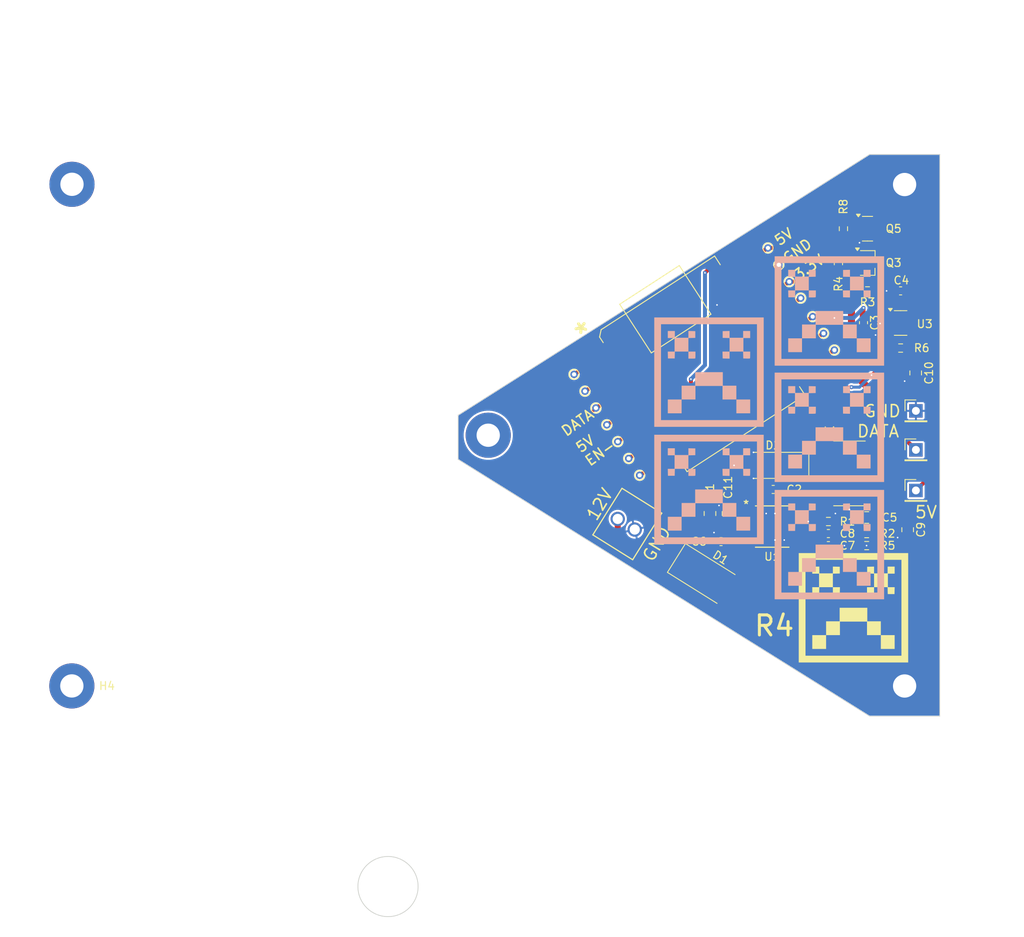
<source format=kicad_pcb>
(kicad_pcb (version 20241229) (generator "pcbnew") (generator_version "9.0")
  (layers (0 "F.Cu" signal) (2 "B.Cu" signal) (13 "F.Paste" user) (5 "F.SilkS" user "F.Silkscreen") (7 "B.SilkS" user "B.Silkscreen") (1 "F.Mask" user) (3 "B.Mask" user) (25 "Edge.Cuts" user))
  (net 0 "")
  (net 1 "GND")
  (net 2 "+12V")
  (net 3 "+3.3V")
  (net 4 "+5V")
  (net 5 "LED_DATA_3.3V")
  (net 6 "LED_DATA_5V")
  (net 7 "Net-(Q3-G)")
  (net 8 "LED_ENABLE")
  (net 9 "5V_LED")
  (net 10 "Net-(U2-PA02_A0_D0)")
  (net 11 "Net-(U2-PA11_A3_D3)")
  (net 12 "Net-(U2-PA9_A5_D5_SCL)")
  (net 13 "Net-(U2-PB08_A6_D6_TX)")
  (net 14 "Net-(U2-PA6_A10_D10_MOSI)")
  (net 15 "Net-(U2-PA5_A9_D9_MISO)")
  (net 16 "Net-(U2-PA7_A8_D8_SCK)")
  (net 17 "Net-(U2-PB09_A7_D7_RX)")
  (net 18 "Net-(D1-K)")
  (net 19 "Net-(U2-PA4_A1_D1)")
  (net 20 "Net-(Q5-B)")
  (net 21 "Net-(D2-K)")
  (net 22 "Net-(U1-BOOT)")
  (net 23 "Net-(U1-SS)")
  (net 24 "Net-(U1-COMP)")
  (net 25 "Net-(C8-Pad2)")
  (net 26 "Net-(U1-VSENSE)")
  (net 27 "Net-(J4-Pin_1)")
  (footprint "1-rjc-rv:TP_Wire-26ga" (layer "F.Cu") (at 45.085 -38.735 33)
    (property "Reference" "TP9" (hide yes))
    (property "Value" "TestPoint")
    (pad "1" thru_hole circle (at 0 0 33) (size 0.9398 0.9398) (drill 0.5334) (layers "*.Cu" "*.Mask") (net 17 "Net-(U2-PB09_A7_D7_RX)"))
  )
  (footprint "Capacitor_SMD:C_0603_1608Metric_Pad1.08x0.95mm_HandSolder" (layer "F.Cu") (at 53.467 -46.228 180)
    (property "Reference" "C4" (at -0.094 1.336 180) (layer "F.SilkS"))
    (property "Value" "1u")
    (pad "1" smd roundrect (at -0.8625 0 180) (size 1.075 0.95) (layers "F.Cu" "F.Mask" "F.Paste") (net 4 "+5V"))
    (pad "2" smd roundrect (at 0.8625 0 180) (size 1.075 0.95) (layers "F.Cu" "F.Mask" "F.Paste") (net 1 "GND"))
  )
  (footprint "KM-ESP-Kit:Mount-Hole-#4" (layer "F.Cu") (at 53.972221 3.809637)
    (property "Reference" "H3" (hide yes))
    (property "Value" "MountingHole_Pad")
    (pad "1" thru_hole circle (at 0 0) (size 5.715 5.715) (drill 2.9464) (layers "*.Cu" "*.Mask") (net 1 "GND"))
  )
  (footprint "Capacitor_SMD:C_0805_2012Metric_Pad1.18x1.45mm_HandSolder" (layer "F.Cu") (at 31.623 -18.034 90)
    (property "Reference" "C11" (at 3.302 0 90) (layer "F.SilkS"))
    (property "Value" "22u,25V")
    (pad "1" smd roundrect (at -1.0375 0 90) (size 1.175 1.45) (layers "F.Cu" "F.Mask" "F.Paste") (roundrect_rratio 0.212766) (net 18 "Net-(D1-K)"))
    (pad "2" smd roundrect (at 1.0375 0 90) (size 1.175 1.45) (layers "F.Cu" "F.Mask" "F.Paste") (roundrect_rratio 0.212766) (net 1 "GND"))
  )
  (footprint "KM-ESP-Kit:Mount-Hole-#4" (layer "F.Cu") (at 53.971113 -59.698784)
    (property "Reference" "H2" (hide yes))
    (property "Value" "MountingHole_Pad")
    (pad "1" thru_hole circle (at 0 0) (size 5.715 5.715) (drill 2.9464) (layers "*.Cu" "*.Mask") (net 1 "GND"))
  )
  (footprint "Package_TO_SOT_SMD:SOT-23-6" (layer "F.Cu") (at 53.467 -42.164)
    (property "Reference" "U3" (at 3.048 0.127 0) (layer "F.SilkS"))
    (property "Value" "TXS0101DBV")
    (pad "1" smd roundrect (at -1.1375 -0.95) (size 1.325 0.6) (layers "F.Cu" "F.Mask" "F.Paste") (net 3 "+3.3V"))
    (pad "2" smd roundrect (at -1.1375 0) (size 1.325 0.6) (layers "F.Cu" "F.Mask" "F.Paste") (net 1 "GND"))
    (pad "3" smd roundrect (at -1.1375 0.95) (size 1.325 0.6) (layers "F.Cu" "F.Mask" "F.Paste") (net 5 "LED_DATA_3.3V"))
    (pad "4" smd roundrect (at 1.1375 0.95) (size 1.325 0.6) (layers "F.Cu" "F.Mask" "F.Paste") (net 6 "LED_DATA_5V"))
    (pad "5" smd roundrect (at 1.1375 0) (size 1.325 0.6) (layers "F.Cu" "F.Mask" "F.Paste") (net 3 "+3.3V"))
    (pad "6" smd roundrect (at 1.1375 -0.95) (size 1.325 0.6) (layers "F.Cu" "F.Mask" "F.Paste") (net 4 "+5V"))
  )
  (footprint "1-rjc-rv:CONN_OSTVN02A150_OST" (layer "F.Cu") (at 17.657958 -17.347995 -32)
    (property "Reference" "J2" (hide yes))
    (property "Value" "Screw_Terminal_01x02")
    (pad "1" thru_hole circle (at 0 0 328) (size 1.8034 1.8034) (drill 1.2954) (layers "*.Cu" "*.Mask") (net 2 "+12V"))
    (pad "2" thru_hole circle (at 2.54 0 328) (size 1.8034 1.8034) (drill 1.2954) (layers "*.Cu" "*.Mask") (net 1 "GND"))
  )
  (footprint "1-rjc-rv:TP_Wire-26ga" (layer "F.Cu") (at 39.37 -47.3964)
    (property "Reference" "TP12" (hide yes))
    (property "Value" "TestPoint")
    (pad "1" thru_hole circle (at 0 0) (size 0.9398 0.9398) (drill 0.5334) (layers "*.Cu" "*.Mask") (net 3 "+3.3V"))
  )
  (footprint "Resistor_SMD:R_0603_1608Metric_Pad0.98x0.95mm_HandSolder" (layer "F.Cu") (at 46.228 -54.102 90)
    (property "Reference" "R8" (at 2.794 0 90) (layer "F.SilkS"))
    (property "Value" "100k")
    (pad "1" smd roundrect (at -0.9125 0 90) (size 0.975 0.95) (layers "F.Cu" "F.Mask" "F.Paste") (net 8 "LED_ENABLE"))
    (pad "2" smd roundrect (at 0.9125 0 90) (size 0.975 0.95) (layers "F.Cu" "F.Mask" "F.Paste") (net 20 "Net-(Q5-B)"))
  )
  (footprint "Capacitor_SMD:C_0603_1608Metric_Pad1.08x0.95mm_HandSolder" (layer "F.Cu") (at 30.734 -14.478 180)
    (property "Reference" "C6" (at 2.794 0 0) (layer "F.SilkS"))
    (property "Value" "0.01u")
    (pad "1" smd roundrect (at -0.8625 0 180) (size 1.075 0.95) (layers "F.Cu" "F.Mask" "F.Paste") (net 23 "Net-(U1-SS)"))
    (pad "2" smd roundrect (at 0.8625 0 180) (size 1.075 0.95) (layers "F.Cu" "F.Mask" "F.Paste") (net 1 "GND"))
  )
  (footprint "Capacitor_SMD:C_0805_2012Metric_Pad1.18x1.45mm_HandSolder" (layer "F.Cu") (at 49.1725 -17.526 180)
    (property "Reference" "C5" (at -2.8975 0 180) (layer "F.SilkS"))
    (property "Value" "22u")
    (pad "1" smd roundrect (at -1.0375 0 180) (size 1.175 1.45) (layers "F.Cu" "F.Mask" "F.Paste") (roundrect_rratio 0.212766) (net 4 "+5V"))
    (pad "2" smd roundrect (at 1.0375 0 180) (size 1.175 1.45) (layers "F.Cu" "F.Mask" "F.Paste") (roundrect_rratio 0.212766) (net 1 "GND"))
  )
  (footprint "1-rjc-rv:brokedit_icon_750x750" (layer "F.Cu") (at 47.498 -6.096)
    (property "Reference" "FID1" (hide yes))
    (property "Value" "Fiducial" (hide yes))
  )
  (footprint "Capacitor_SMD:C_0603_1608Metric_Pad1.08x0.95mm_HandSolder" (layer "F.Cu") (at 44.323 -13.97)
    (property "Reference" "C7" (at 2.413 0 0) (layer "F.SilkS"))
    (property "Value" "39pF")
    (pad "1" smd roundrect (at -0.8625 0) (size 1.075 0.95) (layers "F.Cu" "F.Mask" "F.Paste") (net 24 "Net-(U1-COMP)"))
    (pad "2" smd roundrect (at 0.8625 0) (size 1.075 0.95) (layers "F.Cu" "F.Mask" "F.Paste") (net 1 "GND"))
  )
  (footprint "KM-ESP-Kit:Mount-Hole-#4-NoPad" (layer "F.Cu") (at 1.266105 -27.948781)
    (property "Reference" "H1" (hide yes))
    (property "Value" "MountingHole")
    (pad "" np_thru_hole circle (at 0 0) (size 5.715 5.715) (drill 2.9464) (layers "*.Cu" "*.Mask"))
  )
  (footprint "Resistor_SMD:R_0603_1608Metric_Pad0.98x0.95mm_HandSolder" (layer "F.Cu") (at 53.467 -38.989 180)
    (property "Reference" "R6" (at -2.667 0 180) (layer "F.SilkS"))
    (property "Value" "300")
    (pad "1" smd roundrect (at -0.9125 0 180) (size 0.975 0.95) (layers "F.Cu" "F.Mask" "F.Paste") (net 6 "LED_DATA_5V"))
    (pad "2" smd roundrect (at 0.9125 0 180) (size 0.975 0.95) (layers "F.Cu" "F.Mask" "F.Paste") (net 27 "Net-(J4-Pin_1)"))
  )
  (footprint "Resistor_SMD:R_0603_1608Metric_Pad0.98x0.95mm_HandSolder" (layer "F.Cu") (at 49.1725 -15.494 180)
    (property "Reference" "R2" (at -2.6435 0 0) (layer "F.SilkS"))
    (property "Value" "10k")
    (pad "1" smd roundrect (at -0.9125 0 180) (size 0.975 0.95) (layers "F.Cu" "F.Mask" "F.Paste") (net 4 "+5V"))
    (pad "2" smd roundrect (at 0.9125 0 180) (size 0.975 0.95) (layers "F.Cu" "F.Mask" "F.Paste") (net 26 "Net-(U1-VSENSE)"))
  )
  (footprint "1-rjc-rv:DDA8_3X2P13-M" (layer "F.Cu") (at 37.211 -16.383)
    (property "Reference" "U1" (at 0 3.81 0) (layer "F.SilkS"))
    (property "Value" "TPS54331DDAR")
    (fp_text user "*" (at -3.302 -2.794 0) (layer "F.SilkS"))
    (pad "1" smd rect (at -2.82575 -1.905) (size 1.6637 0.5334) (layers "F.Cu" "F.Mask" "F.Paste") (net 22 "Net-(U1-BOOT)"))
    (pad "2" smd rect (at -2.82575 -0.635) (size 1.6637 0.5334) (layers "F.Cu" "F.Mask" "F.Paste") (net 18 "Net-(D1-K)"))
    (pad "3" smd rect (at -2.82575 0.635) (size 1.6637 0.5334) (layers "F.Cu" "F.Mask" "F.Paste") (net 18 "Net-(D1-K)"))
    (pad "4" smd rect (at -2.82575 1.905) (size 1.6637 0.5334) (layers "F.Cu" "F.Mask" "F.Paste") (net 23 "Net-(U1-SS)"))
    (pad "5" smd rect (at 2.82575 1.905) (size 1.6637 0.5334) (layers "F.Cu" "F.Mask" "F.Paste") (net 26 "Net-(U1-VSENSE)"))
    (pad "6" smd rect (at 2.82575 0.635) (size 1.6637 0.5334) (layers "F.Cu" "F.Mask" "F.Paste") (net 24 "Net-(U1-COMP)"))
    (pad "7" smd rect (at 2.82575 -0.635) (size 1.6637 0.5334) (layers "F.Cu" "F.Mask" "F.Paste") (net 1 "GND"))
    (pad "8" smd rect (at 2.82575 -1.905) (size 1.6637 0.5334) (layers "F.Cu" "F.Mask" "F.Paste") (net 21 "Net-(D2-K)"))
    (pad "9" smd rect (at 0 0) (size 2.1336 2.286) (layers "F.Cu" "F.Mask" "F.Paste") (net 1 "GND"))
  )
  (footprint "1-rjc-rv:TP_Wire-26ga" (layer "F.Cu") (at 12.13381 -35.658282 -147)
    (property "Reference" "TP1" (hide yes))
    (property "Value" "TestPoint")
    (pad "1" thru_hole circle (at 0 0 213) (size 0.9398 0.9398) (drill 0.5334) (layers "*.Cu" "*.Mask") (net 10 "Net-(U2-PA02_A0_D0)"))
  )
  (footprint "KM-ESP-Kit:Mount-Hole-#4" (layer "F.Cu") (at -51.438898 3.801227)
    (property "Reference" "H4" (at 4.445 0 0) (layer "F.SilkS"))
    (property "Value" "MountingHole_Pad")
    (pad "1" thru_hole circle (at 0 0) (size 5.715 5.715) (drill 2.9464) (layers "*.Cu" "*.Mask") (net 1 "GND"))
  )
  (footprint "Capacitor_SMD:C_0805_2012Metric_Pad1.18x1.45mm_HandSolder" (layer "F.Cu") (at 55.372 -35.8355 -90)
    (property "Reference" "C10" (at 0 -1.68 90) (layer "F.SilkS"))
    (property "Value" "22u")
    (pad "1" smd roundrect (at -1.0375 0 270) (size 1.175 1.45) (layers "F.Cu" "F.Mask" "F.Paste") (roundrect_rratio 0.212766) (net 9 "5V_LED"))
    (pad "2" smd roundrect (at 1.0375 0 270) (size 1.175 1.45) (layers "F.Cu" "F.Mask" "F.Paste") (roundrect_rratio 0.212766) (net 1 "GND"))
  )
  (footprint "Resistor_SMD:R_0603_1608Metric_Pad0.98x0.95mm_HandSolder" (layer "F.Cu") (at 49.276 -46.228 180)
    (property "Reference" "R3" (at 0 -1.43 180) (layer "F.SilkS"))
    (property "Value" "0")
    (pad "1" smd roundrect (at -0.9125 0 180) (size 0.975 0.95) (layers "F.Cu" "F.Mask" "F.Paste") (net 9 "5V_LED"))
    (pad "2" smd roundrect (at 0.9125 0 180) (size 0.975 0.95) (layers "F.Cu" "F.Mask" "F.Paste") (net 4 "+5V"))
  )
  (footprint "1-rjc-rv:TP_Wire-26ga" (layer "F.Cu") (at 17.667336 -27.137396 -147)
    (property "Reference" "TP3" (hide yes))
    (property "Value" "TestPoint")
    (pad "1" thru_hole circle (at 0 0 213) (size 0.9398 0.9398) (drill 0.5334) (layers "*.Cu" "*.Mask") (net 8 "LED_ENABLE"))
  )
  (footprint "Resistor_SMD:R_0603_1608Metric_Pad0.98x0.95mm_HandSolder" (layer "F.Cu") (at 44.323 -17.018)
    (property "Reference" "R1" (at 2.413 0 0) (layer "F.SilkS"))
    (property "Value" "49.9k")
    (pad "1" smd roundrect (at -0.9125 0) (size 0.975 0.95) (layers "F.Cu" "F.Mask" "F.Paste") (net 25 "Net-(C8-Pad2)"))
    (pad "2" smd roundrect (at 0.9125 0) (size 0.975 0.95) (layers "F.Cu" "F.Mask" "F.Paste") (net 1 "GND"))
  )
  (footprint "KM-ESP-Kit:Mount-Hole-#4" (layer "F.Cu") (at -51.419685 -59.727331 -7.5)
    (property "Reference" "H5" (hide yes))
    (property "Value" "MountingHole_Pad")
    (pad "1" thru_hole circle (at 0 0 352.5) (size 5.715 5.715) (drill 2.9464) (layers "*.Cu" "*.Mask") (net 1 "GND"))
  )
  (footprint "Capacitor_SMD:C_0805_2012Metric_Pad1.18x1.45mm_HandSolder" (layer "F.Cu") (at 29.337 -18.034 90)
    (property "Reference" "C1" (at 2.8444 0 90) (layer "F.SilkS"))
    (property "Value" "22u,25V")
    (pad "1" smd roundrect (at -1.0375 0 90) (size 1.175 1.45) (layers "F.Cu" "F.Mask" "F.Paste") (roundrect_rratio 0.212766) (net 18 "Net-(D1-K)"))
    (pad "2" smd roundrect (at 1.0375 0 90) (size 1.175 1.45) (layers "F.Cu" "F.Mask" "F.Paste") (roundrect_rratio 0.212766) (net 1 "GND"))
  )
  (footprint "1-rjc-rv:TP_Wire-26ga" (layer "F.Cu") (at 43.711202 -40.850464 33)
    (property "Reference" "TP8" (hide yes))
    (property "Value" "TestPoint")
    (pad "1" thru_hole circle (at 0 0 33) (size 0.9398 0.9398) (drill 0.5334) (layers "*.Cu" "*.Mask") (net 16 "Net-(U2-PA7_A8_D8_SCK)"))
  )
  (footprint "1-rjc-rv:TP_Wire-26ga" (layer "F.Cu") (at 19.05072 -25.007164 -147)
    (property "Reference" "TP4" (hide yes))
    (property "Value" "TestPoint")
    (pad "1" thru_hole circle (at 0 0 213) (size 0.9398 0.9398) (drill 0.5334) (layers "*.Cu" "*.Mask") (net 12 "Net-(U2-PA9_A5_D5_SCL)"))
  )
  (footprint "Inductor_SMD:L_Bourns_SRN8040TA" (layer "F.Cu") (at 46.99 -23.114)
    (property "Reference" "L1" (at -2.413 -5.334 0) (layer "F.SilkS"))
    (property "Value" "6.8uH")
    (pad "1" smd rect (at -2.825 0 270) (size 6.6 2.85) (layers "F.Cu" "F.Mask" "F.Paste") (net 21 "Net-(D2-K)"))
    (pad "2" smd rect (at 2.825 0 270) (size 6.6 2.85) (layers "F.Cu" "F.Mask" "F.Paste") (net 4 "+5V"))
  )
  (footprint "Resistor_SMD:R_0603_1608Metric_Pad0.98x0.95mm_HandSolder" (layer "F.Cu") (at 45.593 -49.784 90)
    (property "Reference" "R4" (at -2.667 0 90) (layer "F.SilkS"))
    (property "Value" "100k")
    (pad "1" smd roundrect (at -0.9125 0 90) (size 0.975 0.95) (layers "F.Cu" "F.Mask" "F.Paste") (net 4 "+5V"))
    (pad "2" smd roundrect (at 0.9125 0 90) (size 0.975 0.95) (layers "F.Cu" "F.Mask" "F.Paste") (net 7 "Net-(Q3-G)"))
  )
  (footprint "KM-ESP-Kit:SeeedStudio-MOUDLE14P-SMD-2.54-21X17.8MM" (layer "F.Cu") (at 26.432773 -23.336198 33)
    (property "Reference" "U2" (hide yes))
    (property "Value" "MOUDLE-SEEEDUINO-XIAO-ESP32C3")
    (fp_text user "*" (at -2.54 -20.32 33) (layer "F.SilkS") (effects (font (size 2.54 2.54) (thickness 0.381)) (justify left bottom)))
    (pad "1" smd roundrect (at -0.1524 -18.1102 33) (size 4.572 2.032) (layers "F.Cu" "F.Mask" "F.Paste") (roundrect_rratio 0.5) (net 10 "Net-(U2-PA02_A0_D0)"))
    (pad "2" smd roundrect (at -0.152401 -15.58 33) (size 4.572 2.032) (layers "F.Cu" "F.Mask" "F.Paste") (roundrect_rratio 0.5) (net 19 "Net-(U2-PA4_A1_D1)"))
    (pad "3" smd roundrect (at -0.1524 -13.04 33) (size 4.572 2.032) (layers "F.Cu" "F.Mask" "F.Paste") (roundrect_rratio 0.5) (net 5 "LED_DATA_3.3V"))
    (pad "4" smd roundrect (at -0.1524 -10.5 33) (size 4.572 2.032) (layers "F.Cu" "F.Mask" "F.Paste") (roundrect_rratio 0.5) (net 11 "Net-(U2-PA11_A3_D3)"))
    (pad "5" smd roundrect (at -0.1524 -7.96 33) (size 4.572 2.032) (layers "F.Cu" "F.Mask" "F.Paste") (roundrect_rratio 0.5) (net 8 "LED_ENABLE"))
    (pad "6" smd roundrect (at -0.1524 -5.42 33) (size 4.572 2.032) (layers "F.Cu" "F.Mask" "F.Paste") (roundrect_rratio 0.5) (net 12 "Net-(U2-PA9_A5_D5_SCL)"))
    (pad "7" smd roundrect (at -0.1524 -2.88 33) (size 4.572 2.032) (layers "F.Cu" "F.Mask" "F.Paste") (roundrect_rratio 0.5) (net 13 "Net-(U2-PB08_A6_D6_TX)"))
    (pad "8" smd roundrect (at 17.906999 -2.88 33) (size 4.572 2.032) (layers "F.Cu" "F.Mask" "F.Paste") (roundrect_rratio 0.5) (net 17 "Net-(U2-PB09_A7_D7_RX)"))
    (pad "9" smd roundrect (at 17.907 -5.42 33) (size 4.572 2.032) (layers "F.Cu" "F.Mask" "F.Paste") (roundrect_rratio 0.5) (net 16 "Net-(U2-PA7_A8_D8_SCK)"))
    (pad "10" smd roundrect (at 17.907 -7.96 33) (size 4.572 2.032) (layers "F.Cu" "F.Mask" "F.Paste") (roundrect_rratio 0.5) (net 15 "Net-(U2-PA5_A9_D9_MISO)"))
    (pad "11" smd roundrect (at 17.907 -10.5 33) (size 4.572 2.032) (layers "F.Cu" "F.Mask" "F.Paste") (roundrect_rratio 0.5) (net 14 "Net-(U2-PA6_A10_D10_MOSI)"))
    (pad "12" smd roundrect (at 17.907 -13.04 33) (size 4.572 2.032) (layers "F.Cu" "F.Mask" "F.Paste") (roundrect_rratio 0.5) (net 3 "+3.3V"))
    (pad "13" smd roundrect (at 17.907 -15.58 33) (size 4.572 2.032) (layers "F.Cu" "F.Mask" "F.Paste") (roundrect_rratio 0.5) (net 1 "GND"))
    (pad "14" smd roundrect (at 17.907 -18.1102 33) (size 4.572 2.032) (layers "F.Cu" "F.Mask" "F.Paste") (roundrect_rratio 0.5) (net 4 "+5V"))
  )
  (footprint "Resistor_SMD:R_0603_1608Metric_Pad0.98x0.95mm_HandSolder" (layer "F.Cu") (at 49.1725 -13.97)
    (property "Reference" "R5" (at 2.6435 0 0) (layer "F.SilkS"))
    (property "Value" "1.91k")
    (pad "1" smd roundrect (at -0.9125 0) (size 0.975 0.95) (layers "F.Cu" "F.Mask" "F.Paste") (net 26 "Net-(U1-VSENSE)"))
    (pad "2" smd roundrect (at 0.9125 0) (size 0.975 0.95) (layers "F.Cu" "F.Mask" "F.Paste") (net 1 "GND"))
  )
  (footprint "Connector_PinHeader_2.54mm:PinHeader_1x01_P2.54mm_Vertical" (layer "F.Cu") (at 55.4 -31.035)
    (property "Reference" "J5" (hide yes))
    (property "Value" "0.1\" header")
    (pad "1" thru_hole rect (at 0 0) (size 1.7 1.7) (drill 1) (layers "*.Cu" "*.Mask") (net 1 "GND"))
  )
  (footprint "Diode_SMD:D_SMA_Handsoldering" (layer "F.Cu") (at 37.338 -24.13 180)
    (property "Reference" "D2" (at 0 2.54 0) (layer "F.SilkS"))
    (property "Value" "B340A-13-F")
    (pad "1" smd roundrect (at -2.5 0 180) (size 3.5 1.8) (layers "F.Cu" "F.Mask" "F.Paste") (roundrect_rratio 0.1388888889) (net 21 "Net-(D2-K)"))
    (pad "2" smd roundrect (at 2.5 0 180) (size 3.5 1.8) (layers "F.Cu" "F.Mask" "F.Paste") (roundrect_rratio 0.1388888889) (net 1 "GND"))
  )
  (footprint "1-rjc-rv:TP_Wire-26ga" (layer "F.Cu") (at 42.337405 -42.965925 33)
    (property "Reference" "TP7" (hide yes))
    (property "Value" "TestPoint")
    (pad "1" thru_hole circle (at 0 0 33) (size 0.9398 0.9398) (drill 0.5334) (layers "*.Cu" "*.Mask") (net 15 "Net-(U2-PA5_A9_D9_MISO)"))
  )
  (footprint "Capacitor_SMD:C_0603_1608Metric_Pad1.08x0.95mm_HandSolder" (layer "F.Cu") (at 37.338 -21.082 180)
    (property "Reference" "C2" (at -2.667 0 0) (layer "F.SilkS"))
    (property "Value" "0.1u")
    (pad "1" smd roundrect (at -0.8625 0 180) (size 1.075 0.95) (layers "F.Cu" "F.Mask" "F.Paste") (net 21 "Net-(D2-K)"))
    (pad "2" smd roundrect (at 0.8625 0 180) (size 1.075 0.95) (layers "F.Cu" "F.Mask" "F.Paste") (net 22 "Net-(U1-BOOT)"))
  )
  (footprint "Package_TO_SOT_SMD:SOT-23" (layer "F.Cu") (at 49.276 -54.102)
    (property "Reference" "Q5" (at 3.302 0 0) (layer "F.SilkS"))
    (property "Value" "MMBT3904")
    (pad "1" smd roundrect (at -0.9375 -0.95) (size 1.475 0.6) (layers "F.Cu" "F.Mask" "F.Paste") (net 20 "Net-(Q5-B)"))
    (pad "2" smd roundrect (at -0.9375 0.95) (size 1.475 0.6) (layers "F.Cu" "F.Mask" "F.Paste") (net 1 "GND"))
    (pad "3" smd roundrect (at 0.9375 0) (size 1.475 0.6) (layers "F.Cu" "F.Mask" "F.Paste") (net 7 "Net-(Q3-G)"))
  )
  (footprint "Connector_PinHeader_2.54mm:PinHeader_1x01_P2.54mm_Vertical" (layer "F.Cu") (at 55.4 -26.095)
    (property "Reference" "J4" (hide yes))
    (property "Value" "0.1\" header")
    (pad "1" thru_hole rect (at 0 0) (size 1.7 1.7) (drill 1) (layers "*.Cu" "*.Mask") (net 27 "Net-(J4-Pin_1)"))
  )
  (footprint "1-rjc-rv:TP_Wire-26ga" (layer "F.Cu") (at 16.283958 -29.267615 -147)
    (property "Reference" "TP2" (hide yes))
    (property "Value" "TestPoint")
    (pad "1" thru_hole circle (at 0 0 213) (size 0.9398 0.9398) (drill 0.5334) (layers "*.Cu" "*.Mask") (net 11 "Net-(U2-PA11_A3_D3)"))
  )
  (footprint "Diode_SMD:D_SMB_Handsoldering" (layer "F.Cu") (at 29.083 -9.906 -32)
    (property "Reference" "D1" (at 0 -3 148) (layer "F.SilkS"))
    (property "Value" "SL54-3G")
    (pad "1" smd roundrect (at -2.7 0 328) (size 3.5 2.3) (layers "F.Cu" "F.Mask" "F.Paste") (roundrect_rratio 0.1086956522) (net 18 "Net-(D1-K)"))
    (pad "2" smd roundrect (at 2.7 0 328) (size 3.5 2.3) (layers "F.Cu" "F.Mask" "F.Paste") (roundrect_rratio 0.1086956522) (net 2 "+12V"))
  )
  (footprint "1-rjc-rv:TP_Wire-26ga" (layer "F.Cu") (at 40.815685 -45.309172 33)
    (property "Reference" "TP6" (hide yes))
    (property "Value" "TestPoint")
    (pad "1" thru_hole circle (at 0 0 33) (size 0.9398 0.9398) (drill 0.5334) (layers "*.Cu" "*.Mask") (net 14 "Net-(U2-PA6_A10_D10_MOSI)"))
  )
  (footprint "1-rjc-rv:TP_Wire-26ga" (layer "F.Cu") (at 20.434109 -22.876942 -147)
    (property "Reference" "TP5" (hide yes))
    (property "Value" "TestPoint")
    (pad "1" thru_hole circle (at 0 0 213) (size 0.9398 0.9398) (drill 0.5334) (layers "*.Cu" "*.Mask") (net 13 "Net-(U2-PB08_A6_D6_TX)"))
  )
  (footprint "1-rjc-rv:TP_Wire-26ga" (layer "F.Cu") (at 38.0492 -49.53)
    (property "Reference" "TP14" (hide yes))
    (property "Value" "TestPoint")
    (pad "1" thru_hole circle (at 0 0) (size 0.9398 0.9398) (drill 0.5334) (layers "*.Cu" "*.Mask") (net 1 "GND"))
  )
  (footprint "1-rjc-rv:TP_Wire-26ga" (layer "F.Cu") (at 13.517191 -33.52806 -147)
    (property "Reference" "TP11" (hide yes))
    (property "Value" "TestPoint")
    (pad "1" thru_hole circle (at 0 0 213) (size 0.9398 0.9398) (drill 0.5334) (layers "*.Cu" "*.Mask") (net 19 "Net-(U2-PA4_A1_D1)"))
  )
  (footprint "Capacitor_SMD:C_0805_2012Metric_Pad1.18x1.45mm_HandSolder" (layer "F.Cu") (at 54.356 -15.9805 -90)
    (property "Reference" "C9" (at 0 -1.68 90) (layer "F.SilkS"))
    (property "Value" "22u")
    (pad "1" smd roundrect (at -1.0375 0 270) (size 1.175 1.45) (layers "F.Cu" "F.Mask" "F.Paste") (roundrect_rratio 0.212766) (net 4 "+5V"))
    (pad "2" smd roundrect (at 1.0375 0 270) (size 1.175 1.45) (layers "F.Cu" "F.Mask" "F.Paste") (roundrect_rratio 0.212766) (net 1 "GND"))
  )
  (footprint "Package_TO_SOT_SMD:TSOT-23" (layer "F.Cu") (at 49.276 -49.784)
    (property "Reference" "Q3" (at 3.302 0 0) (layer "F.SilkS"))
    (property "Value" "Si2393DS")
    (pad "1" smd roundrect (at -1.31 -0.95) (size 1.22 0.65) (layers "F.Cu" "F.Mask" "F.Paste") (net 7 "Net-(Q3-G)"))
    (pad "2" smd roundrect (at -1.31 0.95) (size 1.22 0.65) (layers "F.Cu" "F.Mask" "F.Paste") (net 4 "+5V"))
    (pad "3" smd roundrect (at 1.31 0) (size 1.22 0.65) (layers "F.Cu" "F.Mask" "F.Paste") (net 9 "5V_LED"))
  )
  (footprint "1-rjc-rv:TP_Wire-26ga" (layer "F.Cu") (at 14.900577 -31.397847 -147)
    (property "Reference" "TP10" (hide yes))
    (property "Value" "TestPoint")
    (pad "1" thru_hole circle (at 0 0 213) (size 0.9398 0.9398) (drill 0.5334) (layers "*.Cu" "*.Mask") (net 5 "LED_DATA_3.3V"))
  )
  (footprint "Capacitor_SMD:C_0603_1608Metric_Pad1.08x0.95mm_HandSolder" (layer "F.Cu") (at 48.768 -42.2025 -90)
    (property "Reference" "C3" (at 0 -1.43 270) (layer "F.SilkS"))
    (property "Value" "1u")
    (pad "1" smd roundrect (at -0.8625 0 270) (size 1.075 0.95) (layers "F.Cu" "F.Mask" "F.Paste") (net 3 "+3.3V"))
    (pad "2" smd roundrect (at 0.8625 0 270) (size 1.075 0.95) (layers "F.Cu" "F.Mask" "F.Paste") (net 1 "GND"))
  )
  (footprint "Connector_PinHeader_2.54mm:PinHeader_1x01_P2.54mm_Vertical" (layer "F.Cu") (at 55.4 -20.955)
    (property "Reference" "J3" (hide yes))
    (property "Value" "0.1\" header")
    (pad "1" thru_hole rect (at 0 0) (size 1.7 1.7) (drill 1) (layers "*.Cu" "*.Mask") (net 9 "5V_LED"))
  )
  (footprint "1-rjc-rv:TP_Wire-26ga" (layer "F.Cu") (at 36.6776 -51.6636)
    (property "Reference" "TP13" (hide yes))
    (property "Value" "TestPoint")
    (pad "1" thru_hole circle (at 0 0) (size 0.9398 0.9398) (drill 0.5334) (layers "*.Cu" "*.Mask") (net 4 "+5V"))
  )
  (footprint "Capacitor_SMD:C_0603_1608Metric_Pad1.08x0.95mm_HandSolder" (layer "F.Cu") (at 44.323 -15.494)
    (property "Reference" "C8" (at 2.413 0 0) (layer "F.SilkS"))
    (property "Value" "4700p")
    (pad "1" smd roundrect (at -0.8625 0) (size 1.075 0.95) (layers "F.Cu" "F.Mask" "F.Paste") (net 24 "Net-(U1-COMP)"))
    (pad "2" smd roundrect (at 0.8625 0) (size 1.075 0.95) (layers "F.Cu" "F.Mask" "F.Paste") (net 25 "Net-(C8-Pad2)"))
  )
  (footprint "1-rjc-rv:brokedit_icon_750x750" (layer "B.Cu") (at 29.21 -21.082 180)
    (property "Reference" "FID4" (hide yes))
    (property "Value" "Fiducial" (hide yes))
  )
  (footprint "1-rjc-rv:brokedit_icon_750x750" (layer "B.Cu") (at 44.45 -43.683545 180)
    (property "Reference" "FID5" (hide yes))
    (property "Value" "Fiducial" (hide yes))
  )
  (footprint "1-rjc-rv:brokedit_icon_750x750" (layer "B.Cu") (at 29.21 -35.936545 180)
    (property "Reference" "FID3" (hide yes))
    (property "Value" "Fiducial" (hide yes))
  )
  (footprint "1-rjc-rv:brokedit_icon_750x750" (layer "B.Cu") (at 44.45 -28.951545 180)
    (property "Reference" "FID6" (hide yes))
    (property "Value" "Fiducial" (hide yes))
  )
  (footprint "1-rjc-rv:brokedit_icon_750x750" (layer "B.Cu") (at 44.45 -14.097 180)
    (property "Reference" "FID2" (hide yes))
    (property "Value" "Fiducial" (hide yes))
  )
  (gr_line (start 58.42 -63.5) (end 58.42 7.62) (stroke (width 0.1)) (layer "Edge.Cuts"))
  (gr_line (start -2.54 -24.892) (end 49.53 7.62) (stroke (width 0.1)) (layer "Edge.Cuts"))
  (gr_line (start 58.42 -63.5) (end 49.53 -63.5) (stroke (width 0.1)) (layer "Edge.Cuts"))
  (gr_circle (center -11.419996 29.210001) (end -7.642588 29.707303) (stroke (width 0.1)) (fill no) (layer "Edge.Cuts"))
  (gr_line (start -2.54 -30.48) (end -2.54 -24.892) (stroke (width 0.1)) (layer "Edge.Cuts"))
  (gr_line (start 49.53 7.62) (end 58.42 7.62) (stroke (width 0.1)) (layer "Edge.Cuts"))
  (gr_line (start 49.53 -63.5) (end -2.54 -30.48) (stroke (width 0.1)) (layer "Edge.Cuts"))
  (gr_text "R4" (at 37.465 -3.81 0) (layer "F.SilkS") (effects (font (size 2.54 2.54) (thickness 0.381))))
  (gr_text "5V" (at 37.6428 -52.324 35) (layer "F.SilkS") (effects (font (size 1.27 1.27) (thickness 0.2032)) (justify left)))
  (gr_text "3.3V" (at 40.0812 -47.9552 35) (layer "F.SilkS") (effects (font (size 1.27 1.27) (thickness 0.2032)) (justify left)))
  (gr_text "12V" (at 14.224 -17.272 59) (layer "F.SilkS") (effects (font (size 1.524 1.524) (thickness 0.2032)) (justify left)))
  (gr_text "DATA" (at 10.668 -28.194 35) (layer "F.SilkS") (effects (font (size 1.27 1.27) (thickness 0.2032)) (justify left)))
  (gr_text "GND" (at 21.336 -12.065 59) (layer "F.SilkS") (effects (font (size 1.524 1.524) (thickness 0.2032)) (justify left)))
  (gr_text "GND" (at 53.6 -31 0) (layer "F.SilkS") (effects (font (size 1.524 1.524) (thickness 0.2032)) (justify right)))
  (gr_text "DATA" (at 53.4 -28.448 0) (layer "F.SilkS") (effects (font (size 1.524 1.524) (thickness 0.2032)) (justify right)))
  (gr_text "5V" (at 58.2 -18.2 0) (layer "F.SilkS") (effects (font (size 1.524 1.524) (thickness 0.2032)) (justify right)))
  (gr_text "GND" (at 38.7096 -50.0888 35) (layer "F.SilkS") (effects (font (size 1.27 1.27) (thickness 0.2032)) (justify left)))
  (gr_text "5V\nEN-" (at 13.081 -25.273 35) (layer "F.SilkS") (effects (font (size 1.27 1.27) (thickness 0.2032)) (justify left)))
  (segment (start 45.2355 -17.018) (end 45.2355 -18.0105) (width 0.381) (layer "F.Cu") (net 1))
  (segment (start 48.006 -17.526) (end 46.99 -18.542) (width 0.508) (layer "F.Cu") (net 1))
  (segment (start 37.56025 -18.034) (end 37.56025 -16.383) (width 0.508) (layer "F.Cu") (net 1))
  (segment (start 48.26 -53.0735) (end 48.3385 -53.152) (width 0.508) (layer "F.Cu") (net 1))
  (segment (start 40.386 -17.018) (end 38.19525 -17.018) (width 0.381) (layer "F.Cu") (net 1))
  (segment (start 45.2355 -18.0105) (end 45.212 -18.034) (width 0.381) (layer "F.Cu") (net 1))
  (segment (start 45.1855 -13.97) (end 46.355 -13.97) (width 0.381) (layer "F.Cu") (net 1))
  (segment (start 53.975 -34.798) (end 55.372 -34.798) (width 0.381) (layer "F.Cu") (net 1))
  (segment (start 29.845 -14.5045) (end 29.8715 -14.478) (width 0.381) (layer "F.Cu") (net 1))
  (segment (start 37.56025 -14.67525) (end 37.56025 -16.383) (width 0.508) (layer "F.Cu") (net 1))
  (segment (start 53.129 -14.943) (end 53.086 -14.986) (width 0.381) (layer "F.Cu") (net 1))
  (segment (start 30.226 -44.45) (end 31.259839 -44.45) (width 0.508) (layer "F.Cu") (net 1))
  (segment (start 34.838 -24.13) (end 34.838 -22.479) (width 0.635) (layer "F.Cu") (net 1))
  (segment (start 29.337 -19.0211) (end 29.3874 -19.0715) (width 0.381) (layer "F.Cu") (net 1))
  (segment (start 40.386 -17.018) (end 41.783 -17.018) (width 0.381) (layer "F.Cu") (net 1))
  (segment (start 38.735 -14.67525) (end 38.735 -15.20825) (width 0.508) (layer "F.Cu") (net 1))
  (segment (start 29.8215 -14.528) (end 29.8715 -14.478) (width 0.381) (layer "F.Cu") (net 1))
  (segment (start 54.356 -14.943) (end 53.129 -14.943) (width 0.381) (layer "F.Cu") (net 1))
  (segment (start 34.838 -24.13) (end 34.838 -25.78) (width 0.635) (layer "F.Cu") (net 1))
  (segment (start 29.3874 -19.0715) (end 31.623 -19.0715) (width 0.381) (layer "F.Cu") (net 1))
  (segment (start 36.449 -18.034) (end 36.449 -17.49425) (width 0.508) (layer "F.Cu") (net 1))
  (segment (start 36.449 -17.49425) (end 37.56025 -16.383) (width 0.508) (layer "F.Cu") (net 1))
  (segment (start 51.689 -46.228) (end 52.6045 -46.228) (width 0.508) (layer "F.Cu") (net 1))
  (segment (start 48.26 -52.324) (end 48.26 -53.0735) (width 0.508) (layer "F.Cu") (net 1))
  (segment (start 48.768 -40.64) (end 50.292 -40.64) (width 0.508) (layer "F.Cu") (net 1))
  (segment (start 38.19525 -17.018) (end 37.56025 -16.383) (width 0.508) (layer "F.Cu") (net 1))
  (segment (start 38.735 -15.20825) (end 37.56025 -16.383) (width 0.508) (layer "F.Cu") (net 1))
  (segment (start 34.838 -24.13) (end 32.385 -24.13) (width 0.635) (layer "F.Cu") (net 1))
  (segment (start 50.085 -13.97) (end 49.1539 -13.97) (width 0.1524) (layer "F.Cu") (net 1))
  (segment (start 50.866 -42.098) (end 52.324 -42.098) (width 0.508) (layer "F.Cu") (net 1))
  (segment (start 31.259839 -44.45) (end 32.965372 -46.155533) (width 0.508) (layer "F.Cu") (net 1))
  (segment (start 38.052748 -49.540478) (end 32.9692 -46.1264) (width 0.508) (layer "F.Cu") (net 1))
  (segment (start 29.845 -15.621) (end 29.845 -14.5045) (width 0.381) (layer "F.Cu") (net 1))
  (via (at 53.975 -34.798) (size 0.508) (drill 0.2032) (layers "F.Cu" "B.Cu") (net 1))
  (via (at 50.292 -40.64) (size 0.508) (drill 0.2032) (layers "F.Cu" "B.Cu") (net 1))
  (via (at 32.385 -24.13) (size 0.508) (drill 0.2032) (layers "F.Cu" "B.Cu") (net 1))
  (via (at 37.56025 -18.034) (size 0.508) (drill 0.2032) (layers "F.Cu" "B.Cu") (net 1))
  (via (at 51.689 -46.228) (size 0.508) (drill 0.2032) (layers "F.Cu" "B.Cu") (net 1))
  (via (at 53.086 -14.986) (size 0.508) (drill 0.2032) (layers "F.Cu" "B.Cu") (net 1))
  (via (at 48.26 -52.324) (size 0.508) (drill 0.2032) (layers "F.Cu" "B.Cu") (net 1))
  (via (at 36.449 -18.034) (size 0.508) (drill 0.2032) (layers "F.Cu" "B.Cu") (net 1))
  (via (at 45.212 -18.034) (size 0.508) (drill 0.2032) (layers "F.Cu" "B.Cu") (net 1))
  (via (at 46.355 -13.97) (size 0.508) (drill 0.2032) (layers "F.Cu" "B.Cu") (net 1))
  (via (at 30.226 -44.45) (size 0.508) (drill 0.2032) (layers "F.Cu" "B.Cu") (net 1))
  (via (at 41.783 -17.018) (size 0.508) (drill 0.2032) (layers "F.Cu" "B.Cu") (net 1))
  (via (at 49.1539 -13.97) (size 0.508) (drill 0.2032) (layers "F.Cu" "B.Cu") (net 1))
  (via (at 30.48 -19.05) (size 0.508) (drill 0.2032) (layers "F.Cu" "B.Cu") (net 1))
  (via (at 50.866 -42.098) (size 0.508) (drill 0.2032) (layers "F.Cu" "B.Cu") (net 1))
  (via (at 38.735 -14.67525) (size 0.508) (drill 0.2032) (layers "F.Cu" "B.Cu") (net 1))
  (via (at 46.99 -18.542) (size 0.508) (drill 0.2032) (layers "F.Cu" "B.Cu") (net 1))
  (via (at 34.838 -25.78) (size 0.508) (drill 0.2032) (layers "F.Cu" "B.Cu") (net 1))
  (via (at 37.56025 -14.67525) (size 0.508) (drill 0.2032) (layers "F.Cu" "B.Cu") (net 1))
  (via (at 29.845 -15.621) (size 0.508) (drill 0.2032) (layers "F.Cu" "B.Cu") (net 1))
  (via (at 34.838 -22.479) (size 0.508) (drill 0.2032) (layers "F.Cu" "B.Cu") (net 1))
  (segment (start 20.701 -13.843) (end 18.796 -13.843) (width 0.762) (layer "F.Cu") (net 2))
  (segment (start 30.898512 -8.001) (end 26.543 -8.001) (width 0.762) (layer "F.Cu") (net 2))
  (segment (start 17.657958 -14.981042) (end 17.657958 -17.347995) (width 0.762) (layer "F.Cu") (net 2))
  (segment (start 26.543 -8.001) (end 20.701 -13.843) (width 0.762) (layer "F.Cu") (net 2))
  (segment (start 18.796 -13.843) (end 17.657958 -14.981042) (width 0.762) (layer "F.Cu") (net 2))
  (segment (start 31.37273 -8.475218) (end 30.898512 -8.001) (width 0.762) (layer "F.Cu") (net 2))
  (segment (start 48.768 -44.069) (end 48.768 -43.065) (width 0.508) (layer "F.Cu") (net 3))
  (segment (start 53.914 -42.098) (end 52.964 -43.048) (width 0.254) (layer "F.Cu") (net 3))
  (segment (start 52.307 -43.065) (end 52.324 -43.048) (width 0.508) (layer "F.Cu") (net 3))
  (segment (start 52.964 -43.048) (end 52.324 -43.048) (width 0.254) (layer "F.Cu") (net 3))
  (segment (start 34.348754 -44.025313) (end 39.37 -47.3964) (width 0.508) (layer "F.Cu") (net 3))
  (segment (start 40.4876 -47.3964) (end 39.37 -47.3964) (width 0.508) (layer "F.Cu") (net 3))
  (segment (start 48.768 -43.065) (end 52.307 -43.065) (width 0.508) (layer "F.Cu") (net 3))
  (segment (start 54.599 -42.098) (end 53.914 -42.098) (width 0.254) (layer "F.Cu") (net 3))
  (segment (start 45.085 -42.799) (end 40.4876 -47.3964) (width 0.508) (layer "F.Cu") (net 3))
  (via (at 48.768 -44.069) (size 0.508) (drill 0.2032) (layers "F.Cu" "B.Cu") (net 3))
  (via (at 45.085 -42.799) (size 0.508) (drill 0.2032) (layers "F.Cu" "B.Cu") (net 3))
  (segment (start 45.085 -42.799) (end 47.498 -42.799) (width 0.508) (layer "B.Cu") (net 3))
  (segment (start 47.498 -42.799) (end 48.768 -44.069) (width 0.508) (layer "B.Cu") (net 3))
  (segment (start 49.784 -33.528) (end 47.244 -36.068) (width 0.889) (layer "F.Cu") (net 4))
  (segment (start 45.693999 -46.201999) (end 45.72 -46.228) (width 0.508) (layer "F.Cu") (net 4))
  (segment (start 50.21 -18.878) (end 49.815 -19.273) (width 0.508) (layer "F.Cu") (net 4))
  (segment (start 49.784 -25.019) (end 49.784 -33.528) (width 0.889) (layer "F.Cu") (net 4))
  (segment (start 51.562 -17.526) (end 52.07 -17.018) (width 0.381) (layer "F.Cu") (net 4))
  (segment (start 50.085 -16.303) (end 50.21 -16.428) (width 0.508) (layer "F.Cu") (net 4))
  (segment (start 49.53 -24.765) (end 49.784 -25.019) (width 0.889) (layer "F.Cu") (net 4))
  (segment (start 49.815 -19.273) (end 49.815 -22.606) (width 0.508) (layer "F.Cu") (net 4))
  (segment (start 54.3295 -44.958) (end 54.6045 -44.683) (width 0.508) (layer "F.Cu") (net 4))
  (segment (start 50.085 -15.494) (end 50.085 -16.303) (width 0.508) (layer "F.Cu") (net 4))
  (segment (start 54.6045 -44.683) (end 54.6045 -43.114) (width 0.508) (layer "F.Cu") (net 4))
  (segment (start 47.966 -48.834) (end 47.966 -47.966) (width 0.508) (layer "F.Cu") (net 4))
  (segment (start 47.498 -44.958) (end 54.3295 -44.958) (width 0.508) (layer "F.Cu") (net 4))
  (segment (start 38.734399 -51.6636) (end 44.196 -46.201999) (width 0.508) (layer "F.Cu") (net 4))
  (segment (start 54.3295 -46.228) (end 54.3295 -44.958) (width 0.508) (layer "F.Cu") (net 4))
  (segment (start 52.07 -17.018) (end 54.356 -17.018) (width 0.381) (layer "F.Cu") (net 4))
  (segment (start 47.244 -44.704) (end 47.498 -44.958) (width 0.508) (layer "F.Cu") (net 4))
  (segment (start 47.244 -36.068) (end 47.244 -44.704) (width 0.889) (layer "F.Cu") (net 4))
  (segment (start 47.966 -47.966) (end 47.244 -47.244) (width 0.508) (layer "F.Cu") (net 4))
  (segment (start 51.562 -17.526) (end 49.9814 -17.526) (width 0.381) (layer "F.Cu") (net 4))
  (segment (start 36.6776 -51.6636) (end 38.734399 -51.6636) (width 0.508) (layer "F.Cu") (net 4))
  (segment (start 45.72 -46.228) (end 47.244 -46.228) (width 0.508) (layer "F.Cu") (net 4))
  (segment (start 47.244 -47.244) (end 47.244 -46.228) (width 0.508) (layer "F.Cu") (net 4))
  (segment (start 47.966 -48.834) (end 45.6305 -48.834) (width 0.508) (layer "F.Cu") (net 4))
  (segment (start 50.21 -16.428) (end 50.21 -17.526) (width 0.508) (layer "F.Cu") (net 4))
  (segment (start 36.681148 -51.674078) (end 31.5976 -48.26) (width 0.508) (layer "F.Cu") (net 4))
  (segment (start 45.6305 -48.834) (end 45.593 -48.8715) (width 0.508) (layer "F.Cu") (net 4))
  (segment (start 47.244 -46.228) (end 48.3635 -46.228) (width 0.508) (layer "F.Cu") (net 4))
  (segment (start 47.244 -44.704) (end 47.244 -46.228) (width 0.508) (layer "F.Cu") (net 4))
  (segment (start 44.196 -46.201999) (end 45.693999 -46.201999) (width 0.508) (layer "F.Cu") (net 4))
  (segment (start 50.21 -17.526) (end 50.21 -18.878) (width 0.508) (layer "F.Cu") (net 4))
  (segment (start 33.528 -26.797) (end 30.226 -26.797) (width 0.381) (layer "F.Cu") (net 5))
  (segment (start 51.308 -37.084) (end 49.784 -35.56) (width 0.381) (layer "F.Cu") (net 5))
  (segment (start 13.208 -29.70527) (end 14.900577 -31.397847) (width 0.381) (layer "F.Cu") (net 5))
  (segment (start 13.208 -27.432) (end 13.208 -29.70527) (width 0.381) (layer "F.Cu") (net 5))
  (segment (start 14.900577 -31.397847) (end 19.202869 -34.189459) (width 0.508) (layer "F.Cu") (net 5))
  (segment (start 41.783 -34.036) (end 39.751 -32.004) (width 0.381) (layer "F.Cu") (net 5))
  (segment (start 47.244 -34.036) (end 41.783 -34.036) (width 0.381) (layer "F.Cu") (net 5))
  (segment (start 39.751 -32.004) (end 38.735 -32.004) (width 0.381) (layer "F.Cu") (net 5))
  (segment (start 19.812 -20.828) (end 13.208 -27.432) (width 0.381) (layer "F.Cu") (net 5))
  (segment (start 24.257 -20.828) (end 19.812 -20.828) (width 0.381) (layer "F.Cu") (net 5))
  (segment (start 52.3295 -41.214) (end 51.308 -40.1925) (width 0.381) (layer "F.Cu") (net 5))
  (segment (start 51.308 -40.1925) (end 51.308 -37.084) (width 0.381) (layer "F.Cu") (net 5))
  (segment (start 38.735 -32.004) (end 33.528 -26.797) (width 0.381) (layer "F.Cu") (net 5))
  (segment (start 30.226 -26.797) (end 24.257 -20.828) (width 0.381) (layer "F.Cu") (net 5))
  (via (at 47.244 -34.036) (size 0.508) (drill 0.2032) (layers "F.Cu" "B.Cu") (net 5))
  (via (at 49.784 -35.56) (size 0.508) (drill 0.2032) (layers "F.Cu" "B.Cu") (net 5))
  (segment (start 48.26 -34.036) (end 47.244 -34.036) (width 0.381) (layer "B.Cu") (net 5))
  (segment (start 49.784 -35.56) (end 48.26 -34.036) (width 0.381) (layer "B.Cu") (net 5))
  (segment (start 54.6045 -41.214) (end 54.6045 -39.214) (width 0.508) (layer "F.Cu") (net 6))
  (segment (start 54.6045 -39.214) (end 54.3795 -38.989) (width 0.508) (layer "F.Cu") (net 6))
  (segment (start 50.2135 -54.102) (end 50.2135 -51.9915) (width 0.508) (layer "F.Cu") (net 7))
  (segment (start 45.6305 -50.734) (end 45.593 -50.6965) (width 0.508) (layer "F.Cu") (net 7))
  (segment (start 50.2135 -51.9915) (end 48.956 -50.734) (width 0.508) (layer "F.Cu") (net 7))
  (segment (start 47.966 -50.734) (end 45.6305 -50.734) (width 0.508) (layer "F.Cu") (net 7))
  (segment (start 48.956 -50.734) (end 47.966 -50.734) (width 0.508) (layer "F.Cu") (net 7))
  (segment (start 26.924 -35.052) (end 26.924 -34.29) (width 0.508) (layer "F.Cu") (net 8))
  (segment (start 26.924 -34.29) (end 22.563013 -29.929013) (width 0.508) (layer "F.Cu") (net 8))
  (segment (start 22.563013 -29.929013) (end 21.969637 -29.929013) (width 0.508) (layer "F.Cu") (net 8))
  (segment (start 31.8008 -51.6128) (end 28.702 -48.514) (width 0.508) (layer "F.Cu") (net 8))
  (segment (start 46.228 -53.1895) (end 35.6635 -53.1895) (width 0.508) (layer "F.Cu") (net 8))
  (segment (start 34.0868 -51.6128) (end 31.8008 -51.6128) (width 0.508) (layer "F.Cu") (net 8))
  (segment (start 17.667336 -27.137396) (end 21.969637 -29.929013) (width 0.508) (layer "F.Cu") (net 8))
  (segment (start 35.6635 -53.1895) (end 34.0868 -51.6128) (width 0.508) (layer "F.Cu") (net 8))
  (via (at 28.702 -48.514) (size 0.508) (drill 0.2032) (layers "F.Cu" "B.Cu") (net 8))
  (via (at 26.924 -35.052) (size 0.508) (drill 0.2032) (layers "F.Cu" "B.Cu") (net 8))
  (segment (start 28.702 -48.514) (end 28.702 -36.83) (width 0.508) (layer "B.Cu") (net 8))
  (segment (start 28.702 -36.83) (end 26.924 -35.052) (width 0.508) (layer "B.Cu") (net 8))
  (segment (start 55.4 -20.955) (end 57.4 -22.955) (width 0.508) (layer "F.Cu") (net 9))
  (segment (start 57.361 -36.873) (end 57.404 -36.83) (width 0.1524) (layer "F.Cu") (net 9))
  (segment (start 50.1885 -47.9025) (end 50.586 -48.3) (width 0.508) (layer "F.Cu") (net 9))
  (segment (start 54.61 -49.784) (end 50.586 -49.784) (width 0.508) (layer "F.Cu") (net 9))
  (segment (start 57.404 -46.99) (end 54.61 -49.784) (width 0.508) (layer "F.Cu") (net 9))
  (segment (start 57.4 -36.826) (end 57.404 -36.83) (width 0.508) (layer "F.Cu") (net 9))
  (segment (start 57.404 -36.83) (end 57.404 -46.99) (width 0.508) (layer "F.Cu") (net 9))
  (segment (start 50.586 -48.3) (end 50.586 -49.784) (width 0.508) (layer "F.Cu") (net 9))
  (segment (start 50.1885 -46.228) (end 50.1885 -47.9025) (width 0.508) (layer "F.Cu") (net 9))
  (segment (start 55.372 -36.873) (end 57.361 -36.873) (width 0.381) (layer "F.Cu") (net 9))
  (segment (start 57.4 -22.955) (end 57.4 -36.826) (width 0.508) (layer "F.Cu") (net 9))
  (segment (start 12.13381 -35.658282) (end 16.441432 -38.441682) (width 0.508) (layer "F.Cu") (net 10))
  (segment (start 16.283958 -29.267615) (end 20.586249 -32.059239) (width 0.508) (layer "F.Cu") (net 11))
  (segment (start 19.05072 -25.007164) (end 23.353015 -27.798784) (width 0.508) (layer "F.Cu") (net 12))
  (segment (start 20.434109 -22.876942) (end 24.736391 -25.668566) (width 0.508) (layer "F.Cu") (net 13))
  (segment (start 40.815685 -45.309172) (end 35.732137 -41.895094) (width 0.508) (layer "F.Cu") (net 14))
  (segment (start 42.337405 -42.965925) (end 37.115516 -39.764866) (width 0.508) (layer "F.Cu") (net 15))
  (segment (start 43.711202 -40.850464) (end 38.498904 -37.63464) (width 0.508) (layer "F.Cu") (net 16))
  (segment (start 45.085 -38.735) (end 39.882279 -35.504426) (width 0.508) (layer "F.Cu") (net 17))
  (segment (start 31.5175 -15.748) (end 31.5175 -17.018) (width 0.508) (layer "F.Cu") (net 18))
  (segment (start 34.38525 -15.748) (end 31.5175 -15.748) (width 0.508) (layer "F.Cu") (net 18))
  (segment (start 31.623 -16.9965) (end 29.337 -16.9965) (width 0.508) (layer "F.Cu") (net 18))
  (segment (start 29.2955 -16.68) (end 29.083 -16.8925) (width 0.381) (layer "F.Cu") (net 18))
  (segment (start 29.058 -16.8675) (end 29.083 -16.8925) (width 0.508) (layer "F.Cu") (net 18))
  (segment (start 28.194 -17.018) (end 31.5175 -17.018) (width 0.635) (layer "F.Cu") (net 18))
  (segment (start 26.79327 -15.61727) (end 28.194 -17.018) (width 0.635) (layer "F.Cu") (net 18))
  (segment (start 26.79327 -11.336782) (end 26.79327 -15.61727) (width 0.635) (layer "F.Cu") (net 18))
  (segment (start 29.083 -16.8925) (end 29.083 -17.1685) (width 0.381) (layer "F.Cu") (net 18))
  (segment (start 34.38525 -17.018) (end 31.5175 -17.018) (width 0.508) (layer "F.Cu") (net 18))
  (segment (start 13.517191 -33.52806) (end 17.819481 -36.319679) (width 0.508) (layer "F.Cu") (net 19))
  (segment (start 46.2655 -55.052) (end 46.228 -55.0145) (width 0.508) (layer "F.Cu") (net 20))
  (segment (start 48.3385 -55.052) (end 46.2655 -55.052) (width 0.508) (layer "F.Cu") (net 20))
  (segment (start 41.87 -22.098) (end 43.657 -22.098) (width 0.635) (layer "F.Cu") (net 21))
  (segment (start 38.862 -18.288) (end 40.386 -18.288) (width 0.508) (layer "F.Cu") (net 21))
  (segment (start 38.2005 -21.082) (end 38.2005 -18.9495) (width 0.508) (layer "F.Cu") (net 21))
  (segment (start 39.838 -24.13) (end 41.87 -22.098) (width 0.635) (layer "F.Cu") (net 21))
  (segment (start 39.838 -24.13) (end 38.2005 -22.4925) (width 0.635) (layer "F.Cu") (net 21))
  (segment (start 38.2005 -18.9495) (end 38.862 -18.288) (width 0.508) (layer "F.Cu") (net 21))
  (segment (start 43.657 -22.098) (end 44.165 -22.606) (width 0.381) (layer "F.Cu") (net 21))
  (segment (start 38.2005 -22.4925) (end 38.2005 -21.082) (width 0.635) (layer "F.Cu") (net 21))
  (segment (start 34.7345 -19.341) (end 36.4755 -21.082) (width 0.508) (layer "F.Cu") (net 22))
  (segment (start 34.7345 -18.288) (end 34.7345 -19.341) (width 0.508) (layer "F.Cu") (net 22))
  (segment (start 34.7345 -14.478) (end 31.5965 -14.478) (width 0.381) (layer "F.Cu") (net 23))
  (segment (start 40.386 -15.748) (end 42.11375 -15.748) (width 0.381) (layer "F.Cu") (net 24))
  (segment (start 43.4605 -15.494) (end 43.4605 -13.97) (width 0.381) (layer "F.Cu") (net 24))
  (segment (start 42.11375 -15.748) (end 42.36775 -15.494) (width 0.381) (layer "F.Cu") (net 24))
  (segment (start 42.36775 -15.494) (end 43.4605 -15.494) (width 0.381) (layer "F.Cu") (net 24))
  (segment (start 43.6615 -17.018) (end 45.1855 -15.494) (width 0.381) (layer "F.Cu") (net 25))
  (segment (start 43.4105 -17.018) (end 43.6615 -17.018) (width 0.381) (layer "F.Cu") (net 25))
  (segment (start 42.545 -12.827) (end 47.117 -12.827) (width 0.381) (layer "F.Cu") (net 26))
  (segment (start 42.037 -14.478) (end 42.164 -14.351) (width 0.381) (layer "F.Cu") (net 26))
  (segment (start 40.386 -14.478) (end 42.037 -14.478) (width 0.381) (layer "F.Cu") (net 26))
  (segment (start 47.117 -12.827) (end 48.26 -13.97) (width 0.381) (layer "F.Cu") (net 26))
  (segment (start 42.164 -13.208) (end 42.545 -12.827) (width 0.381) (layer "F.Cu") (net 26))
  (segment (start 42.164 -14.351) (end 42.164 -13.208) (width 0.381) (layer "F.Cu") (net 26))
  (segment (start 48.26 -15.494) (end 48.26 -13.97) (width 0.381) (layer "F.Cu") (net 26))
  (segment (start 55.4 -26.095) (end 52.5545 -28.9405) (width 0.508) (layer "F.Cu") (net 27))
  (segment (start 52.5545 -28.9405) (end 52.5545 -38.989) (width 0.508) (layer "F.Cu") (net 27))
  (zone (net 1) (net_name "GND") (layer "B.Cu") (connect_pads (clearance 0.254)) (min_thickness 0.2032) (fill yes (thermal_gap 0.254) (thermal_bridge_width 0.254))
    (polygon (pts (xy 60.96 17.4752) (xy -5.08 17.4752) (xy -5.08 -66.04) (xy 60.96 -66.04)))
  )
)
</source>
